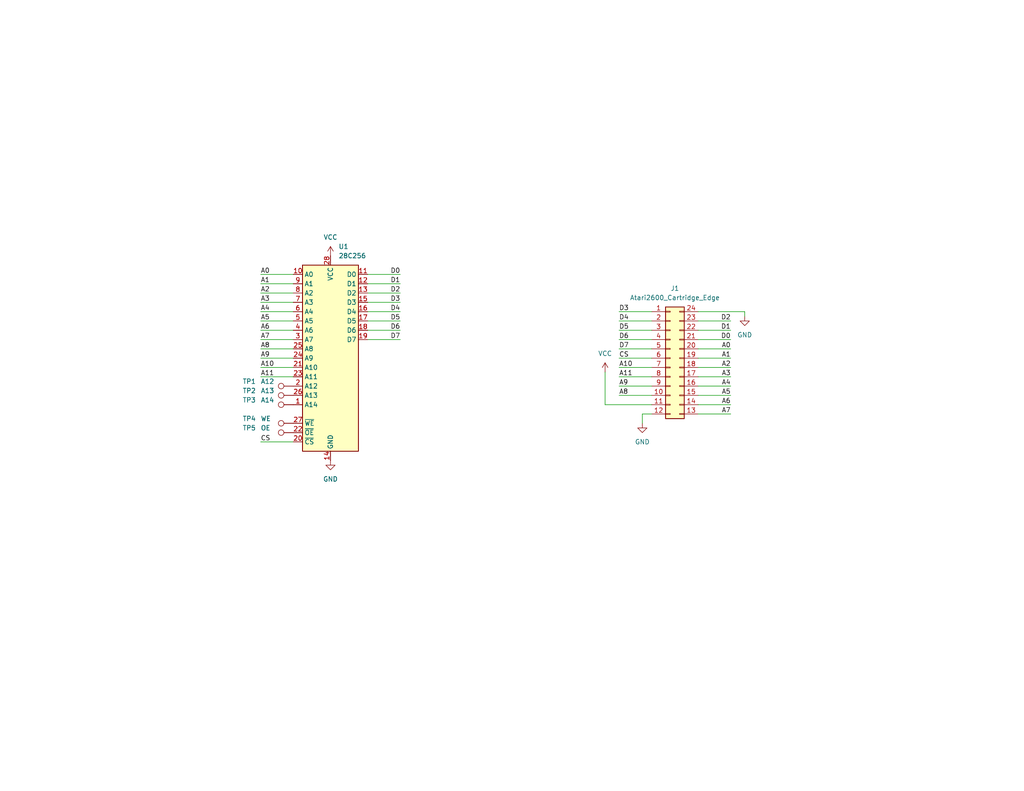
<source format=kicad_sch>
(kicad_sch (version 20230121) (generator eeschema)
  (paper "A")
  (title_block (date "2024-04-02"))
  (lib_symbols
    (symbol "Connector:TestPoint" (pin_numbers hide) (pin_names (offset 0.762) hide)
      (property "Reference" "TP" (at 0 6.858 0))
      (property "Value" "TestPoint" (at 0 5.08 0))
      (symbol "TestPoint_0_1"
        (circle (center 0 3.302) (radius 0.762))
      )
      (symbol "TestPoint_1_1"
        (pin passive line (at 0 0 90) (length 2.54) (name "1") (number "1"))
      )
    )
    (symbol "Connector_Generic:Conn_02x12_Counter_Clockwise" (pin_names (offset 1.016) hide)
      (property "Reference" "J" (at 1.27 15.24 0))
      (property "Value" "Conn_02x12_Counter_Clockwise" (at 1.27 -17.78 0))
      (symbol "Conn_02x12_Counter_Clockwise_1_1"
        (rectangle (start -1.27 -15.113) (end 0 -15.367) (stroke (width 0.1524)))
        (rectangle (start -1.27 -12.573) (end 0 -12.827) (stroke (width 0.1524)))
        (rectangle (start -1.27 -10.033) (end 0 -10.287) (stroke (width 0.1524)))
        (rectangle (start -1.27 -7.493) (end 0 -7.747) (stroke (width 0.1524)))
        (rectangle (start -1.27 -4.953) (end 0 -5.207) (stroke (width 0.1524)))
        (rectangle (start -1.27 -2.413) (end 0 -2.667) (stroke (width 0.1524)))
        (rectangle (start -1.27 0.127) (end 0 -0.127) (stroke (width 0.1524)))
        (rectangle (start -1.27 2.667) (end 0 2.413) (stroke (width 0.1524)))
        (rectangle (start -1.27 5.207) (end 0 4.953) (stroke (width 0.1524)))
        (rectangle (start -1.27 7.747) (end 0 7.493) (stroke (width 0.1524)))
        (rectangle (start -1.27 10.287) (end 0 10.033) (stroke (width 0.1524)))
        (rectangle (start -1.27 12.827) (end 0 12.573) (stroke (width 0.1524)))
        (rectangle (start -1.27 13.97) (end 3.81 -16.51) (stroke (width 0.254)) (fill (type background)))
        (rectangle (start 3.81 -15.113) (end 2.54 -15.367) (stroke (width 0.1524)))
        (rectangle (start 3.81 -12.573) (end 2.54 -12.827) (stroke (width 0.1524)))
        (rectangle (start 3.81 -10.033) (end 2.54 -10.287) (stroke (width 0.1524)))
        (rectangle (start 3.81 -7.493) (end 2.54 -7.747) (stroke (width 0.1524)))
        (rectangle (start 3.81 -4.953) (end 2.54 -5.207) (stroke (width 0.1524)))
        (rectangle (start 3.81 -2.413) (end 2.54 -2.667) (stroke (width 0.1524)))
        (rectangle (start 3.81 0.127) (end 2.54 -0.127) (stroke (width 0.1524)))
        (rectangle (start 3.81 2.667) (end 2.54 2.413) (stroke (width 0.1524)))
        (rectangle (start 3.81 5.207) (end 2.54 4.953) (stroke (width 0.1524)))
        (rectangle (start 3.81 7.747) (end 2.54 7.493) (stroke (width 0.1524)))
        (rectangle (start 3.81 10.287) (end 2.54 10.033) (stroke (width 0.1524)))
        (rectangle (start 3.81 12.827) (end 2.54 12.573) (stroke (width 0.1524)))
        (pin passive line (at -5.08 12.7 0) (length 3.81) (name "Pin_1") (number "1"))
        (pin passive line (at -5.08 -10.16 0) (length 3.81) (name "Pin_10") (number "10"))
        (pin passive line (at -5.08 -12.7 0) (length 3.81) (name "Pin_11") (number "11"))
        (pin passive line (at -5.08 -15.24 0) (length 3.81) (name "Pin_12") (number "12"))
        (pin passive line (at 7.62 -15.24 180) (length 3.81) (name "Pin_13") (number "13"))
        (pin passive line (at 7.62 -12.7 180) (length 3.81) (name "Pin_14") (number "14"))
        (pin passive line (at 7.62 -10.16 180) (length 3.81) (name "Pin_15") (number "15"))
        (pin passive line (at 7.62 -7.62 180) (length 3.81) (name "Pin_16") (number "16"))
        (pin passive line (at 7.62 -5.08 180) (length 3.81) (name "Pin_17") (number "17"))
        (pin passive line (at 7.62 -2.54 180) (length 3.81) (name "Pin_18") (number "18"))
        (pin passive line (at 7.62 0 180) (length 3.81) (name "Pin_19") (number "19"))
        (pin passive line (at -5.08 10.16 0) (length 3.81) (name "Pin_2") (number "2"))
        (pin passive line (at 7.62 2.54 180) (length 3.81) (name "Pin_20") (number "20"))
        (pin passive line (at 7.62 5.08 180) (length 3.81) (name "Pin_21") (number "21"))
        (pin passive line (at 7.62 7.62 180) (length 3.81) (name "Pin_22") (number "22"))
        (pin passive line (at 7.62 10.16 180) (length 3.81) (name "Pin_23") (number "23"))
        (pin passive line (at 7.62 12.7 180) (length 3.81) (name "Pin_24") (number "24"))
        (pin passive line (at -5.08 7.62 0) (length 3.81) (name "Pin_3") (number "3"))
        (pin passive line (at -5.08 5.08 0) (length 3.81) (name "Pin_4") (number "4"))
        (pin passive line (at -5.08 2.54 0) (length 3.81) (name "Pin_5") (number "5"))
        (pin passive line (at -5.08 0 0) (length 3.81) (name "Pin_6") (number "6"))
        (pin passive line (at -5.08 -2.54 0) (length 3.81) (name "Pin_7") (number "7"))
        (pin passive line (at -5.08 -5.08 0) (length 3.81) (name "Pin_8") (number "8"))
        (pin passive line (at -5.08 -7.62 0) (length 3.81) (name "Pin_9") (number "9"))
      )
    )
    (symbol "Memory_EEPROM:28C256"
      (property "Reference" "U" (at -7.62 26.67 0))
      (property "Value" "28C256" (at 2.54 -26.67 0))
      (symbol "28C256_1_1"
        (rectangle (start -7.62 25.4) (end 7.62 -25.4) (stroke (width 0.254)) (fill (type background)))
        (pin input line (at -10.16 -12.7 0) (length 2.54) (name "A14") (number "1"))
        (pin input line (at -10.16 22.86 0) (length 2.54) (name "A0") (number "10"))
        (pin tri_state line (at 10.16 22.86 180) (length 2.54) (name "D0") (number "11"))
        (pin tri_state line (at 10.16 20.32 180) (length 2.54) (name "D1") (number "12"))
        (pin tri_state line (at 10.16 17.78 180) (length 2.54) (name "D2") (number "13"))
        (pin power_in line (at 0 -27.94 90) (length 2.54) (name "GND") (number "14"))
        (pin tri_state line (at 10.16 15.24 180) (length 2.54) (name "D3") (number "15"))
        (pin tri_state line (at 10.16 12.7 180) (length 2.54) (name "D4") (number "16"))
        (pin tri_state line (at 10.16 10.16 180) (length 2.54) (name "D5") (number "17"))
        (pin tri_state line (at 10.16 7.62 180) (length 2.54) (name "D6") (number "18"))
        (pin tri_state line (at 10.16 5.08 180) (length 2.54) (name "D7") (number "19"))
        (pin input line (at -10.16 -7.62 0) (length 2.54) (name "A12") (number "2"))
        (pin input line (at -10.16 -22.86 0) (length 2.54) (name "~{CS}") (number "20"))
        (pin input line (at -10.16 -2.54 0) (length 2.54) (name "A10") (number "21"))
        (pin input line (at -10.16 -20.32 0) (length 2.54) (name "~{OE}") (number "22"))
        (pin input line (at -10.16 -5.08 0) (length 2.54) (name "A11") (number "23"))
        (pin input line (at -10.16 0 0) (length 2.54) (name "A9") (number "24"))
        (pin input line (at -10.16 2.54 0) (length 2.54) (name "A8") (number "25"))
        (pin input line (at -10.16 -10.16 0) (length 2.54) (name "A13") (number "26"))
        (pin input line (at -10.16 -17.78 0) (length 2.54) (name "~{WE}") (number "27"))
        (pin power_in line (at 0 27.94 270) (length 2.54) (name "VCC") (number "28"))
        (pin input line (at -10.16 5.08 0) (length 2.54) (name "A7") (number "3"))
        (pin input line (at -10.16 7.62 0) (length 2.54) (name "A6") (number "4"))
        (pin input line (at -10.16 10.16 0) (length 2.54) (name "A5") (number "5"))
        (pin input line (at -10.16 12.7 0) (length 2.54) (name "A4") (number "6"))
        (pin input line (at -10.16 15.24 0) (length 2.54) (name "A3") (number "7"))
        (pin input line (at -10.16 17.78 0) (length 2.54) (name "A2") (number "8"))
        (pin input line (at -10.16 20.32 0) (length 2.54) (name "A1") (number "9"))
      )
    )
    (symbol "power:GND" (power) (pin_names (offset 0))
      (property "Value" "GND" (at 0 -3.81 0))
      (symbol "GND_0_1"
        (polyline (pts (xy 0 0) (xy 0 -1.27) (xy 1.27 -1.27) (xy 0 -2.54) (xy -1.27 -1.27) (xy 0 -1.27)))
      )
      (symbol "GND_1_1"
        (pin power_in line (at 0 0 270) (length 0) hide (name "GND") (number "1"))
      )
    )
    (symbol "power:VCC" (power) (pin_names (offset 0))
      (property "Value" "VCC" (at 0 3.81 0))
      (symbol "VCC_0_1"
        (polyline (pts (xy -0.762 1.27) (xy 0 2.54)))
        (polyline (pts (xy 0 0) (xy 0 2.54)))
        (polyline (pts (xy 0 2.54) (xy 0.762 1.27)))
      )
      (symbol "VCC_1_1"
        (pin power_in line (at 0 0 90) (length 0) hide (name "VCC") (number "1"))
      )
    )
  )
  (wire (pts (xy 199.39 105.41) (xy 190.5 105.41)))
  (wire (pts (xy 168.91 107.95) (xy 177.8 107.95)))
  (wire (pts (xy 168.91 102.87) (xy 177.8 102.87)))
  (wire (pts (xy 199.39 113.03) (xy 190.5 113.03)))
  (wire (pts (xy 71.12 100.33) (xy 80.01 100.33)))
  (wire (pts (xy 71.12 80.01) (xy 80.01 80.01)))
  (wire (pts (xy 109.22 80.01) (xy 100.33 80.01)))
  (wire (pts (xy 109.22 82.55) (xy 100.33 82.55)))
  (wire (pts (xy 165.1 110.49) (xy 165.1 101.6)))
  (wire (pts (xy 71.12 87.63) (xy 80.01 87.63)))
  (wire (pts (xy 199.39 87.63) (xy 190.5 87.63)))
  (wire (pts (xy 71.12 77.47) (xy 80.01 77.47)))
  (wire (pts (xy 203.2 86.36) (xy 203.2 85.09)))
  (wire (pts (xy 203.2 85.09) (xy 190.5 85.09)))
  (wire (pts (xy 109.22 77.47) (xy 100.33 77.47)))
  (wire (pts (xy 71.12 95.25) (xy 80.01 95.25)))
  (wire (pts (xy 71.12 120.65) (xy 80.01 120.65)))
  (wire (pts (xy 199.39 100.33) (xy 190.5 100.33)))
  (wire (pts (xy 71.12 74.93) (xy 80.01 74.93)))
  (wire (pts (xy 168.91 100.33) (xy 177.8 100.33)))
  (wire (pts (xy 199.39 110.49) (xy 190.5 110.49)))
  (wire (pts (xy 199.39 90.17) (xy 190.5 90.17)))
  (wire (pts (xy 109.22 74.93) (xy 100.33 74.93)))
  (wire (pts (xy 109.22 87.63) (xy 100.33 87.63)))
  (wire (pts (xy 109.22 85.09) (xy 100.33 85.09)))
  (wire (pts (xy 71.12 85.09) (xy 80.01 85.09)))
  (wire (pts (xy 199.39 95.25) (xy 190.5 95.25)))
  (wire (pts (xy 71.12 90.17) (xy 80.01 90.17)))
  (wire (pts (xy 177.8 113.03) (xy 175.26 113.03)))
  (wire (pts (xy 199.39 97.79) (xy 190.5 97.79)))
  (wire (pts (xy 168.91 87.63) (xy 177.8 87.63)))
  (wire (pts (xy 71.12 97.79) (xy 80.01 97.79)))
  (wire (pts (xy 168.91 95.25) (xy 177.8 95.25)))
  (wire (pts (xy 165.1 110.49) (xy 177.8 110.49)))
  (wire (pts (xy 168.91 105.41) (xy 177.8 105.41)))
  (wire (pts (xy 199.39 102.87) (xy 190.5 102.87)))
  (wire (pts (xy 109.22 92.71) (xy 100.33 92.71)))
  (wire (pts (xy 168.91 85.09) (xy 177.8 85.09)))
  (wire (pts (xy 71.12 82.55) (xy 80.01 82.55)))
  (wire (pts (xy 175.26 113.03) (xy 175.26 115.57)))
  (wire (pts (xy 168.91 90.17) (xy 177.8 90.17)))
  (wire (pts (xy 199.39 107.95) (xy 190.5 107.95)))
  (wire (pts (xy 168.91 92.71) (xy 177.8 92.71)))
  (wire (pts (xy 199.39 92.71) (xy 190.5 92.71)))
  (wire (pts (xy 71.12 102.87) (xy 80.01 102.87)))
  (wire (pts (xy 109.22 90.17) (xy 100.33 90.17)))
  (wire (pts (xy 71.12 92.71) (xy 80.01 92.71)))
  (wire (pts (xy 168.91 97.79) (xy 177.8 97.79)))
  (label "D6" (at 168.91 92.71 0))
  (label "D5" (at 168.91 90.17 0))
  (label "D1" (at 109.22 77.47 180))
  (label "A8" (at 71.12 95.25 0))
  (label "A9" (at 71.12 97.79 0))
  (label "A7" (at 199.39 113.03 180))
  (label "A7" (at 71.12 92.71 0))
  (label "A11" (at 168.91 102.87 0))
  (label "A5" (at 71.12 87.63 0))
  (label "D7" (at 168.91 95.25 0))
  (label "A1" (at 199.39 97.79 180))
  (label "D7" (at 109.22 92.71 180))
  (label "A0" (at 71.12 74.93 0))
  (label "D2" (at 109.22 80.01 180))
  (label "D2" (at 199.39 87.63 180))
  (label "A6" (at 71.12 90.17 0))
  (label "D3" (at 168.91 85.09 0))
  (label "D1" (at 199.39 90.17 180))
  (label "A11" (at 71.12 102.87 0))
  (label "A4" (at 71.12 85.09 0))
  (label "A2" (at 199.39 100.33 180))
  (label "A1" (at 71.12 77.47 0))
  (label "D5" (at 109.22 87.63 180))
  (label "D0" (at 199.39 92.71 180))
  (label "D6" (at 109.22 90.17 180))
  (label "A4" (at 199.39 105.41 180))
  (label "A10" (at 168.91 100.33 0))
  (label "CS" (at 71.12 120.65 0))
  (label "A5" (at 199.39 107.95 180))
  (label "A3" (at 71.12 82.55 0))
  (label "CS" (at 168.91 97.79 0))
  (label "D4" (at 168.91 87.63 0))
  (label "A9" (at 168.91 105.41 0))
  (label "A6" (at 199.39 110.49 180))
  (label "D4" (at 109.22 85.09 180))
  (label "A8" (at 168.91 107.95 0))
  (label "A2" (at 71.12 80.01 0))
  (label "A3" (at 199.39 102.87 180))
  (label "D0" (at 109.22 74.93 180))
  (label "A0" (at 199.39 95.25 180))
  (label "D3" (at 109.22 82.55 180))
  (label "A10" (at 71.12 100.33 0))
  (symbol (lib_id "power:VCC") (at 90.17 69.85 0) (unit 1)
    (property "Reference" "#PWR04" (effects hide))
    (property "Value" "VCC" (at 90.17 64.77 0))
  )
  (symbol (lib_id "power:GND") (at 175.26 115.57 0) (unit 1)
    (property "Reference" "#PWR01" (effects hide))
    (property "Value" "GND" (at 175.26 120.65 0))
  )
  (symbol (lib_id "Connector_Generic:Conn_02x12_Counter_Clockwise") (at 182.88 97.79 0) (unit 1)
    (property "Reference" "J1" (at 184.15 78.74 0))
    (property "Value" "Atari2600_Cartridge_Edge" (at 184.15 81.28 0))
    (property "Footprint" "picoprom-atari2600:EdgeConnector_2x12_P2.54mm_Vertical" (effects hide))
  )
  (symbol (lib_id "Connector:TestPoint") (at 80.01 105.41 90) (unit 1)
    (property "Reference" "TP1" (at 69.85 104.14 90) (effects (justify left)))
    (property "Value" "A12" (at 71.12 104.14 90) (effects (justify right)))
    (property "Footprint" "TestPoint:TestPoint_Pad_D1.0mm" (effects hide))
  )
  (symbol (lib_id "power:GND") (at 90.17 125.73 0) (unit 1)
    (property "Reference" "#PWR05" (effects hide))
    (property "Value" "GND" (at 90.17 130.81 0))
  )
  (symbol (lib_id "Connector:TestPoint") (at 80.01 118.11 90) (unit 1)
    (property "Reference" "TP5" (at 69.85 116.84 90) (effects (justify left)))
    (property "Value" "OE" (at 71.12 116.84 90) (effects (justify right)))
    (property "Footprint" "TestPoint:TestPoint_Pad_D1.0mm" (effects hide))
  )
  (symbol (lib_id "Memory_EEPROM:28C256") (at 90.17 97.79 0) (unit 1)
    (property "Reference" "U1" (at 92.3641 67.31 0) (effects (justify left)))
    (property "Value" "28C256" (at 92.3641 69.85 0) (effects (justify left)))
    (property "Footprint" "picoprom-atari2600:PicoPROM_DIP-28_W15.24mm" (effects hide))
    (property "Datasheet" "http://ww1.microchip.com/downloads/en/DeviceDoc/doc0006.pdf" (effects hide))
  )
  (symbol (lib_id "power:VCC") (at 165.1 101.6 0) (mirror y) (unit 1)
    (property "Reference" "#PWR03" (effects hide))
    (property "Value" "VCC" (at 165.1 96.52 0))
  )
  (symbol (lib_id "Connector:TestPoint") (at 80.01 115.57 90) (unit 1)
    (property "Reference" "TP4" (at 69.85 114.3 90) (effects (justify left)))
    (property "Value" "WE" (at 71.12 114.3 90) (effects (justify right)))
    (property "Footprint" "TestPoint:TestPoint_Pad_D1.0mm" (effects hide))
  )
  (symbol (lib_id "Connector:TestPoint") (at 80.01 110.49 90) (unit 1)
    (property "Reference" "TP3" (at 69.85 109.22 90) (effects (justify left)))
    (property "Value" "A14" (at 71.12 109.22 90) (effects (justify right)))
    (property "Footprint" "TestPoint:TestPoint_Pad_D1.0mm" (effects hide))
  )
  (symbol (lib_id "power:GND") (at 203.2 86.36 0) (unit 1)
    (property "Reference" "#PWR02" (effects hide))
    (property "Value" "GND" (at 203.2 91.44 0))
  )
  (symbol (lib_id "Connector:TestPoint") (at 80.01 107.95 90) (unit 1)
    (property "Reference" "TP2" (at 69.85 106.68 90) (effects (justify left)))
    (property "Value" "A13" (at 71.12 106.68 90) (effects (justify right)))
    (property "Footprint" "TestPoint:TestPoint_Pad_D1.0mm" (effects hide))
  )
)
</source>
